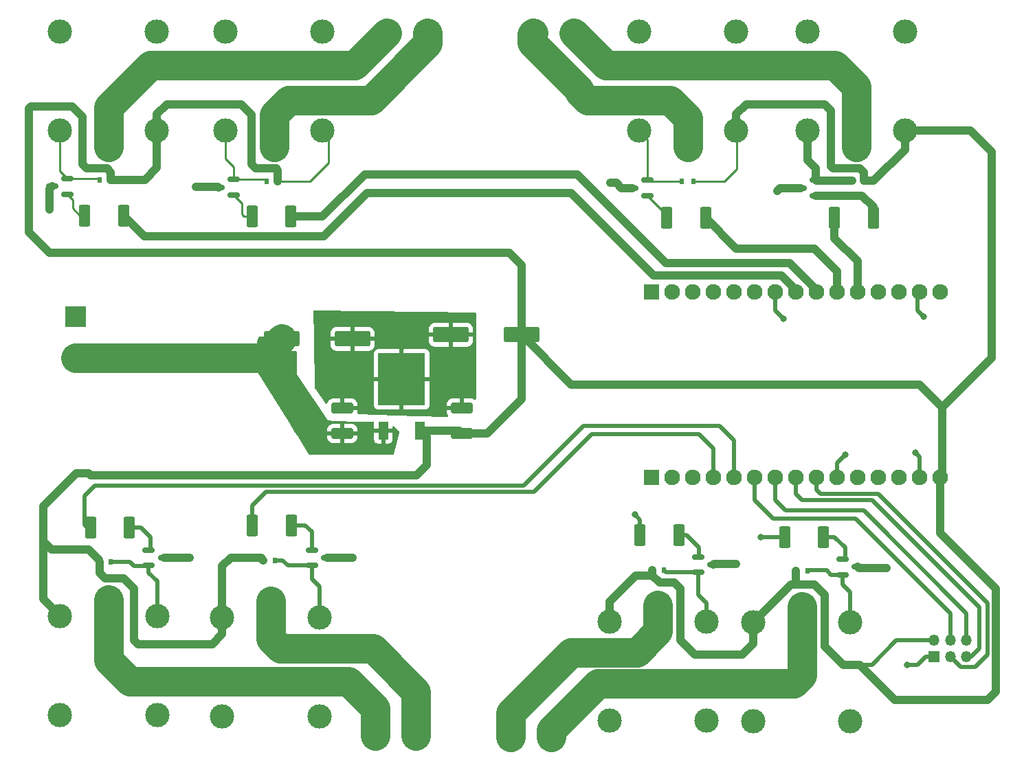
<source format=gbr>
%TF.GenerationSoftware,KiCad,Pcbnew,(6.0.7)*%
%TF.CreationDate,2023-07-14T15:56:38+03:30*%
%TF.ProjectId,Linak-controller,4c696e61-6b2d-4636-9f6e-74726f6c6c65,rev?*%
%TF.SameCoordinates,Original*%
%TF.FileFunction,Copper,L1,Top*%
%TF.FilePolarity,Positive*%
%FSLAX46Y46*%
G04 Gerber Fmt 4.6, Leading zero omitted, Abs format (unit mm)*
G04 Created by KiCad (PCBNEW (6.0.7)) date 2023-07-14 15:56:38*
%MOMM*%
%LPD*%
G01*
G04 APERTURE LIST*
G04 Aperture macros list*
%AMRoundRect*
0 Rectangle with rounded corners*
0 $1 Rounding radius*
0 $2 $3 $4 $5 $6 $7 $8 $9 X,Y pos of 4 corners*
0 Add a 4 corners polygon primitive as box body*
4,1,4,$2,$3,$4,$5,$6,$7,$8,$9,$2,$3,0*
0 Add four circle primitives for the rounded corners*
1,1,$1+$1,$2,$3*
1,1,$1+$1,$4,$5*
1,1,$1+$1,$6,$7*
1,1,$1+$1,$8,$9*
0 Add four rect primitives between the rounded corners*
20,1,$1+$1,$2,$3,$4,$5,0*
20,1,$1+$1,$4,$5,$6,$7,0*
20,1,$1+$1,$6,$7,$8,$9,0*
20,1,$1+$1,$8,$9,$2,$3,0*%
G04 Aperture macros list end*
%TA.AperFunction,SMDPad,CuDef*%
%ADD10R,0.600000X0.700000*%
%TD*%
%TA.AperFunction,SMDPad,CuDef*%
%ADD11R,1.200000X2.200000*%
%TD*%
%TA.AperFunction,SMDPad,CuDef*%
%ADD12R,5.800000X6.400000*%
%TD*%
%TA.AperFunction,SMDPad,CuDef*%
%ADD13RoundRect,0.249999X-0.450001X-1.075001X0.450001X-1.075001X0.450001X1.075001X-0.450001X1.075001X0*%
%TD*%
%TA.AperFunction,ComponentPad*%
%ADD14C,2.600000*%
%TD*%
%TA.AperFunction,ComponentPad*%
%ADD15R,2.600000X2.600000*%
%TD*%
%TA.AperFunction,SMDPad,CuDef*%
%ADD16RoundRect,0.249999X0.450001X1.075001X-0.450001X1.075001X-0.450001X-1.075001X0.450001X-1.075001X0*%
%TD*%
%TA.AperFunction,SMDPad,CuDef*%
%ADD17RoundRect,0.250000X1.100000X-0.412500X1.100000X0.412500X-1.100000X0.412500X-1.100000X-0.412500X0*%
%TD*%
%TA.AperFunction,SMDPad,CuDef*%
%ADD18RoundRect,0.150000X0.587500X0.150000X-0.587500X0.150000X-0.587500X-0.150000X0.587500X-0.150000X0*%
%TD*%
%TA.AperFunction,SMDPad,CuDef*%
%ADD19RoundRect,0.150000X-0.587500X-0.150000X0.587500X-0.150000X0.587500X0.150000X-0.587500X0.150000X0*%
%TD*%
%TA.AperFunction,SMDPad,CuDef*%
%ADD20RoundRect,0.250000X1.950000X0.700000X-1.950000X0.700000X-1.950000X-0.700000X1.950000X-0.700000X0*%
%TD*%
%TA.AperFunction,ComponentPad*%
%ADD21C,3.000000*%
%TD*%
%TA.AperFunction,ComponentPad*%
%ADD22R,1.930000X1.930000*%
%TD*%
%TA.AperFunction,ComponentPad*%
%ADD23C,1.930000*%
%TD*%
%TA.AperFunction,ComponentPad*%
%ADD24R,1.350000X1.350000*%
%TD*%
%TA.AperFunction,ComponentPad*%
%ADD25O,1.350000X1.350000*%
%TD*%
%TA.AperFunction,SMDPad,CuDef*%
%ADD26RoundRect,0.250000X-1.950000X-0.700000X1.950000X-0.700000X1.950000X0.700000X-1.950000X0.700000X0*%
%TD*%
%TA.AperFunction,ViaPad*%
%ADD27C,0.800000*%
%TD*%
%TA.AperFunction,Conductor*%
%ADD28C,0.500000*%
%TD*%
%TA.AperFunction,Conductor*%
%ADD29C,1.020000*%
%TD*%
%TA.AperFunction,Conductor*%
%ADD30C,3.600000*%
%TD*%
%TA.AperFunction,Conductor*%
%ADD31C,0.250000*%
%TD*%
G04 APERTURE END LIST*
D10*
%TO.P,D3,2,A*%
%TO.N,Net-(D3-Pad2)*%
X106922000Y-50146000D03*
%TO.P,D3,1,K*%
%TO.N,+5V*%
X108322000Y-50146000D03*
%TD*%
D11*
%TO.P,U1,1,IN*%
%TO.N,supply_Vin*%
X70109000Y-80825000D03*
D12*
%TO.P,U1,2,GND*%
%TO.N,GND*%
X72389000Y-74525000D03*
D11*
%TO.P,U1,3,OUT*%
%TO.N,+5V*%
X74669000Y-80825000D03*
%TD*%
D13*
%TO.P,R7,2*%
%TO.N,Net-(Q7-Pad1)*%
X58761000Y-92528000D03*
%TO.P,R7,1*%
%TO.N,Relay_4_Polar_1*%
X53961000Y-92528000D03*
%TD*%
D14*
%TO.P,J1,2,Pin_2*%
%TO.N,Motor_1_Polar_1*%
X70572000Y-31826000D03*
D15*
%TO.P,J1,1,Pin_1*%
%TO.N,Motor_1_Polar_2*%
X75572000Y-31826000D03*
%TD*%
D16*
%TO.P,R3,2*%
%TO.N,Net-(Q3-Pad1)*%
X105022000Y-54646000D03*
%TO.P,R3,1*%
%TO.N,Relay_2_Polar_1*%
X109822000Y-54646000D03*
%TD*%
D17*
%TO.P,C3,1*%
%TO.N,+5V*%
X79789000Y-81187500D03*
%TO.P,C3,2*%
%TO.N,GND*%
X79789000Y-78062500D03*
%TD*%
D15*
%TO.P,J7,1,Pin_1*%
%TO.N,GND*%
X32207000Y-66842000D03*
D14*
%TO.P,J7,2,Pin_2*%
%TO.N,supply_Vin*%
X32207000Y-71842000D03*
%TD*%
D18*
%TO.P,Q3,3,E*%
%TO.N,GND*%
X100784500Y-50946000D03*
%TO.P,Q3,2,C*%
%TO.N,Net-(D3-Pad2)*%
X102659500Y-49996000D03*
%TO.P,Q3,1,B*%
%TO.N,Net-(Q3-Pad1)*%
X102659500Y-51896000D03*
%TD*%
D19*
%TO.P,Q7,3,E*%
%TO.N,GND*%
X63198500Y-96528000D03*
%TO.P,Q7,2,C*%
%TO.N,Net-(D7-Pad2)*%
X61323500Y-97478000D03*
%TO.P,Q7,1,B*%
%TO.N,Net-(Q7-Pad1)*%
X61323500Y-95578000D03*
%TD*%
D18*
%TO.P,Q1,3,E*%
%TO.N,GND*%
X29304500Y-50746000D03*
%TO.P,Q1,2,C*%
%TO.N,Net-(D1-Pad2)*%
X31179500Y-49796000D03*
%TO.P,Q1,1,B*%
%TO.N,Net-(Q1-Pad1)*%
X31179500Y-51696000D03*
%TD*%
D20*
%TO.P,C4,1*%
%TO.N,+5V*%
X87154000Y-69040000D03*
%TO.P,C4,2*%
%TO.N,GND*%
X78454000Y-69040000D03*
%TD*%
D13*
%TO.P,R5,2*%
%TO.N,Net-(Q5-Pad1)*%
X124366000Y-93963000D03*
%TO.P,R5,1*%
%TO.N,Relay_3_Polar_1*%
X119566000Y-93963000D03*
%TD*%
D21*
%TO.P,K6,11*%
%TO.N,Motor_3_Polar_2*%
X103966000Y-102363000D03*
%TO.P,K6,12*%
%TO.N,GND*%
X109966000Y-116563000D03*
%TO.P,K6,14*%
%TO.N,supply_Vin*%
X97966000Y-116563000D03*
%TO.P,K6,A1*%
%TO.N,+5V*%
X97966000Y-104363000D03*
%TO.P,K6,A2*%
%TO.N,Net-(D6-Pad2)*%
X109966000Y-104363000D03*
%TD*%
D18*
%TO.P,Q4,3,E*%
%TO.N,GND*%
X121559500Y-50946000D03*
%TO.P,Q4,2,C*%
%TO.N,Net-(D4-Pad2)*%
X123434500Y-49996000D03*
%TO.P,Q4,1,B*%
%TO.N,Net-(Q4-Pad1)*%
X123434500Y-51896000D03*
%TD*%
D10*
%TO.P,D5,2,A*%
%TO.N,Net-(D5-Pad2)*%
X122366000Y-98163000D03*
%TO.P,D5,1,K*%
%TO.N,+5V*%
X120966000Y-98163000D03*
%TD*%
%TO.P,D2,2,A*%
%TO.N,Net-(D2-Pad2)*%
X55742000Y-50146000D03*
%TO.P,D2,1,K*%
%TO.N,+5V*%
X57142000Y-50146000D03*
%TD*%
D18*
%TO.P,Q2,3,E*%
%TO.N,GND*%
X49804500Y-50846000D03*
%TO.P,Q2,2,C*%
%TO.N,Net-(D2-Pad2)*%
X51679500Y-49896000D03*
%TO.P,Q2,1,B*%
%TO.N,Net-(Q2-Pad1)*%
X51679500Y-51796000D03*
%TD*%
D22*
%TO.P,A1,J1_1,A0*%
%TO.N,A0*%
X103124000Y-86614000D03*
D23*
%TO.P,A1,J1_2,RSV1*%
%TO.N,unconnected-(A1-PadJ1_2)*%
X105664000Y-86614000D03*
%TO.P,A1,J1_3,RSV2*%
%TO.N,unconnected-(A1-PadJ1_3)*%
X108204000Y-86614000D03*
%TO.P,A1,J1_4,SD3*%
%TO.N,Relay_4_Polar_1*%
X110744000Y-86614000D03*
%TO.P,A1,J1_5,SD2*%
%TO.N,Relay_4_Polar_2*%
X113284000Y-86614000D03*
%TO.P,A1,J1_6,SD1*%
%TO.N,SPI_MOSI*%
X115824000Y-86614000D03*
%TO.P,A1,J1_7,CMD*%
%TO.N,SPI_CLK*%
X118364000Y-86614000D03*
%TO.P,A1,J1_8,SD0*%
%TO.N,SPI_MISO*%
X120904000Y-86614000D03*
%TO.P,A1,J1_9,CLK*%
%TO.N,SPI_CS*%
X123444000Y-86614000D03*
%TO.P,A1,J1_10,GND*%
%TO.N,GND*%
X125984000Y-86614000D03*
%TO.P,A1,J1_11,3V3*%
%TO.N,+3.3V*%
X128524000Y-86614000D03*
%TO.P,A1,J1_12,EN*%
%TO.N,unconnected-(A1-PadJ1_12)*%
X131064000Y-86614000D03*
%TO.P,A1,J1_13,RST*%
%TO.N,unconnected-(A1-PadJ1_13)*%
X133604000Y-86614000D03*
%TO.P,A1,J1_14,GND*%
%TO.N,GND*%
X136144000Y-86614000D03*
%TO.P,A1,J1_15,VIN*%
%TO.N,+5V*%
X138684000Y-86614000D03*
D22*
%TO.P,A1,J2_1,D0*%
%TO.N,D0*%
X103124000Y-63754000D03*
D23*
%TO.P,A1,J2_2,D1*%
%TO.N,D1*%
X105664000Y-63754000D03*
%TO.P,A1,J2_3,D2*%
%TO.N,D2*%
X108204000Y-63754000D03*
%TO.P,A1,J2_4,D3*%
%TO.N,D3*%
X110744000Y-63754000D03*
%TO.P,A1,J2_5,D4*%
%TO.N,D4*%
X113284000Y-63754000D03*
%TO.P,A1,J2_6,3V3*%
%TO.N,unconnected-(A1-PadJ2_6)*%
X115824000Y-63754000D03*
%TO.P,A1,J2_7,GND*%
%TO.N,GND*%
X118364000Y-63754000D03*
%TO.P,A1,J2_8,D5*%
%TO.N,Relay_1_Polar_1*%
X120904000Y-63754000D03*
%TO.P,A1,J2_9,D6*%
%TO.N,Relay_1_Polar_2*%
X123444000Y-63754000D03*
%TO.P,A1,J2_10,D7*%
%TO.N,Relay_2_Polar_1*%
X125984000Y-63754000D03*
%TO.P,A1,J2_11,D8*%
%TO.N,Relay_2_Polar_2*%
X128524000Y-63754000D03*
%TO.P,A1,J2_12,D9*%
%TO.N,Relay_3_Polar_2*%
X131064000Y-63754000D03*
%TO.P,A1,J2_13,D10*%
%TO.N,Relay_3_Polar_1*%
X133604000Y-63754000D03*
%TO.P,A1,J2_14,GND*%
%TO.N,GND*%
X136144000Y-63754000D03*
%TO.P,A1,J2_15,3V3*%
%TO.N,unconnected-(A1-PadJ2_15)*%
X138684000Y-63754000D03*
%TD*%
D10*
%TO.P,D1,2,A*%
%TO.N,Net-(D1-Pad2)*%
X35142000Y-49946000D03*
%TO.P,D1,1,K*%
%TO.N,+5V*%
X36542000Y-49946000D03*
%TD*%
D14*
%TO.P,J2,2,Pin_2*%
%TO.N,Motor_2_Polar_1*%
X88612000Y-31826000D03*
D15*
%TO.P,J2,1,Pin_1*%
%TO.N,Motor_2_Polar_2*%
X93612000Y-31826000D03*
%TD*%
D19*
%TO.P,Q5,3,E*%
%TO.N,GND*%
X128603500Y-97663000D03*
%TO.P,Q5,2,C*%
%TO.N,Net-(D5-Pad2)*%
X126728500Y-98613000D03*
%TO.P,Q5,1,B*%
%TO.N,Net-(Q5-Pad1)*%
X126728500Y-96713000D03*
%TD*%
%TO.P,Q6,3,E*%
%TO.N,GND*%
X110803500Y-97363000D03*
%TO.P,Q6,2,C*%
%TO.N,Net-(D6-Pad2)*%
X108928500Y-98313000D03*
%TO.P,Q6,1,B*%
%TO.N,Net-(Q6-Pad1)*%
X108928500Y-96413000D03*
%TD*%
D21*
%TO.P,K3,A2*%
%TO.N,Net-(D3-Pad2)*%
X101622000Y-43896000D03*
%TO.P,K3,A1*%
%TO.N,+5V*%
X113622000Y-43896000D03*
%TO.P,K3,14*%
%TO.N,supply_Vin*%
X113622000Y-31696000D03*
%TO.P,K3,12*%
%TO.N,GND*%
X101622000Y-31696000D03*
%TO.P,K3,11*%
%TO.N,Motor_2_Polar_1*%
X107622000Y-45896000D03*
%TD*%
D24*
%TO.P,J4,1,Pin_1*%
%TO.N,GND*%
X137954000Y-108696000D03*
D25*
%TO.P,J4,2,Pin_2*%
%TO.N,+5V*%
X137954000Y-106696000D03*
%TO.P,J4,3,Pin_3*%
%TO.N,SPI_CS*%
X139954000Y-108696000D03*
%TO.P,J4,4,Pin_4*%
%TO.N,SPI_MOSI*%
X139954000Y-106696000D03*
%TO.P,J4,5,Pin_5*%
%TO.N,SPI_MISO*%
X141954000Y-108696000D03*
%TO.P,J4,6,Pin_6*%
%TO.N,SPI_CLK*%
X141954000Y-106696000D03*
%TD*%
D13*
%TO.P,R4,2*%
%TO.N,Net-(Q4-Pad1)*%
X130497000Y-54646000D03*
%TO.P,R4,1*%
%TO.N,Relay_2_Polar_2*%
X125697000Y-54646000D03*
%TD*%
%TO.P,R8,2*%
%TO.N,Net-(Q8-Pad1)*%
X38861000Y-92828000D03*
%TO.P,R8,1*%
%TO.N,Relay_4_Polar_2*%
X34061000Y-92828000D03*
%TD*%
D14*
%TO.P,J6,2,Pin_2*%
%TO.N,Motor_4_Polar_1*%
X74128000Y-118415000D03*
D15*
%TO.P,J6,1,Pin_1*%
%TO.N,Motor_4_Polar_2*%
X69128000Y-118415000D03*
%TD*%
D21*
%TO.P,K1,A2*%
%TO.N,Net-(D1-Pad2)*%
X30242000Y-43896000D03*
%TO.P,K1,A1*%
%TO.N,+5V*%
X42242000Y-43896000D03*
%TO.P,K1,14*%
%TO.N,supply_Vin*%
X42242000Y-31696000D03*
%TO.P,K1,12*%
%TO.N,GND*%
X30242000Y-31696000D03*
%TO.P,K1,11*%
%TO.N,Motor_1_Polar_1*%
X36242000Y-45896000D03*
%TD*%
D10*
%TO.P,D8,2,A*%
%TO.N,Net-(D8-Pad2)*%
X36561000Y-97028000D03*
%TO.P,D8,1,K*%
%TO.N,+5V*%
X35161000Y-97028000D03*
%TD*%
D21*
%TO.P,K4,A2*%
%TO.N,Net-(D4-Pad2)*%
X122397000Y-43896000D03*
%TO.P,K4,A1*%
%TO.N,+5V*%
X134397000Y-43896000D03*
%TO.P,K4,14*%
%TO.N,supply_Vin*%
X134397000Y-31696000D03*
%TO.P,K4,12*%
%TO.N,GND*%
X122397000Y-31696000D03*
%TO.P,K4,11*%
%TO.N,Motor_2_Polar_2*%
X128397000Y-45896000D03*
%TD*%
%TO.P,K8,A2*%
%TO.N,Net-(D8-Pad2)*%
X42261000Y-103678000D03*
%TO.P,K8,A1*%
%TO.N,+5V*%
X30261000Y-103678000D03*
%TO.P,K8,14*%
%TO.N,supply_Vin*%
X30261000Y-115878000D03*
%TO.P,K8,12*%
%TO.N,GND*%
X42261000Y-115878000D03*
%TO.P,K8,11*%
%TO.N,Motor_4_Polar_2*%
X36261000Y-101678000D03*
%TD*%
D10*
%TO.P,D4,2,A*%
%TO.N,Net-(D4-Pad2)*%
X127897000Y-50046000D03*
%TO.P,D4,1,K*%
%TO.N,+5V*%
X129297000Y-50046000D03*
%TD*%
D16*
%TO.P,R1,2*%
%TO.N,Net-(Q1-Pad1)*%
X33342000Y-54346000D03*
%TO.P,R1,1*%
%TO.N,Relay_1_Polar_1*%
X38142000Y-54346000D03*
%TD*%
%TO.P,R2,2*%
%TO.N,Net-(Q2-Pad1)*%
X53942000Y-54446000D03*
%TO.P,R2,1*%
%TO.N,Relay_1_Polar_2*%
X58742000Y-54446000D03*
%TD*%
D17*
%TO.P,C2,1*%
%TO.N,supply_Vin*%
X65089000Y-81187500D03*
%TO.P,C2,2*%
%TO.N,GND*%
X65089000Y-78062500D03*
%TD*%
D26*
%TO.P,C1,1*%
%TO.N,supply_Vin*%
X57626000Y-69548000D03*
%TO.P,C1,2*%
%TO.N,GND*%
X66326000Y-69548000D03*
%TD*%
D21*
%TO.P,K2,A2*%
%TO.N,Net-(D2-Pad2)*%
X50642000Y-43896000D03*
%TO.P,K2,A1*%
%TO.N,+5V*%
X62642000Y-43896000D03*
%TO.P,K2,14*%
%TO.N,supply_Vin*%
X62642000Y-31696000D03*
%TO.P,K2,12*%
%TO.N,GND*%
X50642000Y-31696000D03*
%TO.P,K2,11*%
%TO.N,Motor_1_Polar_2*%
X56642000Y-45896000D03*
%TD*%
D13*
%TO.P,R6,2*%
%TO.N,Net-(Q6-Pad1)*%
X106566000Y-93763000D03*
%TO.P,R6,1*%
%TO.N,Relay_3_Polar_2*%
X101766000Y-93763000D03*
%TD*%
D14*
%TO.P,J5,2,Pin_2*%
%TO.N,Motor_3_Polar_1*%
X90776000Y-118623000D03*
D15*
%TO.P,J5,1,Pin_1*%
%TO.N,Motor_3_Polar_2*%
X85776000Y-118623000D03*
%TD*%
D19*
%TO.P,Q8,3,E*%
%TO.N,GND*%
X43098500Y-96528000D03*
%TO.P,Q8,2,C*%
%TO.N,Net-(D8-Pad2)*%
X41223500Y-97478000D03*
%TO.P,Q8,1,B*%
%TO.N,Net-(Q8-Pad1)*%
X41223500Y-95578000D03*
%TD*%
D10*
%TO.P,D7,2,A*%
%TO.N,Net-(D7-Pad2)*%
X56761000Y-96828000D03*
%TO.P,D7,1,K*%
%TO.N,+5V*%
X55361000Y-96828000D03*
%TD*%
D21*
%TO.P,K7,A2*%
%TO.N,Net-(D7-Pad2)*%
X62261000Y-103878000D03*
%TO.P,K7,A1*%
%TO.N,+5V*%
X50261000Y-103878000D03*
%TO.P,K7,14*%
%TO.N,supply_Vin*%
X50261000Y-116078000D03*
%TO.P,K7,12*%
%TO.N,GND*%
X62261000Y-116078000D03*
%TO.P,K7,11*%
%TO.N,Motor_4_Polar_1*%
X56261000Y-101878000D03*
%TD*%
D10*
%TO.P,D6,2,A*%
%TO.N,Net-(D6-Pad2)*%
X104666000Y-98063000D03*
%TO.P,D6,1,K*%
%TO.N,+5V*%
X103266000Y-98063000D03*
%TD*%
D21*
%TO.P,K5,A2*%
%TO.N,Net-(D5-Pad2)*%
X127666000Y-104513000D03*
%TO.P,K5,A1*%
%TO.N,+5V*%
X115666000Y-104513000D03*
%TO.P,K5,14*%
%TO.N,supply_Vin*%
X115666000Y-116713000D03*
%TO.P,K5,12*%
%TO.N,GND*%
X127666000Y-116713000D03*
%TO.P,K5,11*%
%TO.N,Motor_3_Polar_1*%
X121666000Y-102513000D03*
%TD*%
D27*
%TO.N,GND*%
X119380000Y-67056000D03*
X136652000Y-66802000D03*
X127000000Y-83820000D03*
X135636000Y-83566000D03*
X134620000Y-109728000D03*
%TO.N,Relay_3_Polar_2*%
X101092000Y-91186000D03*
%TO.N,Relay_3_Polar_1*%
X116586000Y-93980000D03*
%TO.N,GND*%
X132080000Y-97790000D03*
X113538000Y-97282000D03*
X66294000Y-96520000D03*
X46228000Y-96520000D03*
X46990000Y-50800000D03*
X98044000Y-50292000D03*
X118618000Y-51308000D03*
X80772000Y-67056000D03*
X62230000Y-66802000D03*
X79502000Y-75438000D03*
X79248000Y-73406000D03*
X64770000Y-75438000D03*
X64770000Y-73914000D03*
X73914000Y-68580000D03*
X72136000Y-68580000D03*
X70612000Y-68580000D03*
X28956000Y-53594000D03*
%TD*%
D28*
%TO.N,GND*%
X118364000Y-66040000D02*
X119380000Y-67056000D01*
X118364000Y-63754000D02*
X118364000Y-66040000D01*
X135890000Y-66040000D02*
X136652000Y-66802000D01*
X135890000Y-64008000D02*
X136144000Y-63754000D01*
X135890000Y-66040000D02*
X135890000Y-64008000D01*
X125984000Y-84836000D02*
X127000000Y-83820000D01*
X125984000Y-86614000D02*
X125984000Y-84836000D01*
X136144000Y-84074000D02*
X135636000Y-83566000D01*
X136144000Y-86614000D02*
X136144000Y-84074000D01*
D29*
X28956000Y-51094500D02*
X29304500Y-50746000D01*
X28956000Y-53594000D02*
X28956000Y-51094500D01*
D28*
X135890000Y-109728000D02*
X134620000Y-109728000D01*
X136922000Y-108696000D02*
X135890000Y-109728000D01*
X137954000Y-108696000D02*
X136922000Y-108696000D01*
%TO.N,+5V*%
X130302000Y-109728000D02*
X128778000Y-109728000D01*
X137954000Y-106696000D02*
X133334000Y-106696000D01*
X133334000Y-106696000D02*
X130302000Y-109728000D01*
%TO.N,Relay_3_Polar_2*%
X101766000Y-91860000D02*
X101092000Y-91186000D01*
X101766000Y-93763000D02*
X101766000Y-91860000D01*
%TO.N,Relay_3_Polar_1*%
X116603000Y-93963000D02*
X116586000Y-93980000D01*
X119566000Y-93963000D02*
X116603000Y-93963000D01*
D29*
%TO.N,+5V*%
X123190000Y-99822000D02*
X120904000Y-99822000D01*
X124460000Y-101092000D02*
X123190000Y-99822000D01*
X124460000Y-107442000D02*
X124460000Y-101092000D01*
X133096000Y-114046000D02*
X128778000Y-109728000D01*
X145542000Y-113030000D02*
X144526000Y-114046000D01*
X144526000Y-114046000D02*
X133096000Y-114046000D01*
X126746000Y-109728000D02*
X124460000Y-107442000D01*
X145542000Y-100330000D02*
X145542000Y-113030000D01*
X128778000Y-109728000D02*
X126746000Y-109728000D01*
X138684000Y-93472000D02*
X145542000Y-100330000D01*
X138684000Y-86614000D02*
X138684000Y-93472000D01*
D28*
%TO.N,SPI_CS*%
X123444000Y-88138000D02*
X123444000Y-86614000D01*
X123952000Y-88646000D02*
X123444000Y-88138000D01*
X131064000Y-88646000D02*
X123952000Y-88646000D01*
X144526000Y-102108000D02*
X131064000Y-88646000D01*
X144526000Y-108458000D02*
X144526000Y-102108000D01*
X143002000Y-109982000D02*
X144526000Y-108458000D01*
X141240000Y-109982000D02*
X143002000Y-109982000D01*
X139954000Y-108696000D02*
X141240000Y-109982000D01*
%TO.N,SPI_MISO*%
X121666000Y-89408000D02*
X120904000Y-88646000D01*
X143510000Y-102616000D02*
X130302000Y-89408000D01*
X142510000Y-108696000D02*
X143510000Y-107696000D01*
X143510000Y-107696000D02*
X143510000Y-102616000D01*
X130302000Y-89408000D02*
X121666000Y-89408000D01*
X141954000Y-108696000D02*
X142510000Y-108696000D01*
X120904000Y-88646000D02*
X120904000Y-86614000D01*
%TO.N,SPI_CLK*%
X118364000Y-89408000D02*
X118364000Y-86614000D01*
X119634000Y-90678000D02*
X118364000Y-89408000D01*
X141954000Y-103346000D02*
X129286000Y-90678000D01*
X129286000Y-90678000D02*
X119634000Y-90678000D01*
X141954000Y-106696000D02*
X141954000Y-103346000D01*
%TO.N,SPI_MOSI*%
X115824000Y-89408000D02*
X115824000Y-86614000D01*
X118110000Y-91694000D02*
X115824000Y-89408000D01*
X128270000Y-91694000D02*
X118110000Y-91694000D01*
X139954000Y-103378000D02*
X128270000Y-91694000D01*
X139954000Y-106696000D02*
X139954000Y-103378000D01*
D29*
%TO.N,+5V*%
X97966000Y-101932000D02*
X97966000Y-104363000D01*
X101204000Y-98694000D02*
X97966000Y-101932000D01*
X103266000Y-98694000D02*
X101204000Y-98694000D01*
X103266000Y-98694000D02*
X103266000Y-98063000D01*
X104140000Y-99568000D02*
X103266000Y-98694000D01*
X105918000Y-99568000D02*
X104140000Y-99568000D01*
X106680000Y-100330000D02*
X105918000Y-99568000D01*
X106680000Y-106680000D02*
X106680000Y-100330000D01*
X108458000Y-108458000D02*
X106680000Y-106680000D01*
X114300000Y-108458000D02*
X108458000Y-108458000D01*
X115666000Y-107092000D02*
X114300000Y-108458000D01*
X115666000Y-104513000D02*
X115666000Y-107092000D01*
X120357000Y-99822000D02*
X115666000Y-104513000D01*
X120904000Y-99822000D02*
X120357000Y-99822000D01*
D28*
%TO.N,Net-(D5-Pad2)*%
X126728500Y-99804500D02*
X126728500Y-98613000D01*
X127666000Y-100742000D02*
X126728500Y-99804500D01*
X127666000Y-104513000D02*
X127666000Y-100742000D01*
X124714000Y-98044000D02*
X122485000Y-98044000D01*
X125283000Y-98613000D02*
X124714000Y-98044000D01*
X126728500Y-98613000D02*
X125283000Y-98613000D01*
X122485000Y-98044000D02*
X122366000Y-98163000D01*
%TO.N,Net-(Q5-Pad1)*%
X127000000Y-96441500D02*
X126728500Y-96713000D01*
X127000000Y-95250000D02*
X127000000Y-96441500D01*
X125713000Y-93963000D02*
X127000000Y-95250000D01*
X124366000Y-93963000D02*
X125713000Y-93963000D01*
%TO.N,Net-(Q6-Pad1)*%
X108966000Y-96375500D02*
X108928500Y-96413000D01*
X108966000Y-95250000D02*
X108966000Y-96375500D01*
X107479000Y-93763000D02*
X108966000Y-95250000D01*
X106566000Y-93763000D02*
X107479000Y-93763000D01*
%TO.N,Net-(Q7-Pad1)*%
X58761000Y-92528000D02*
X60524000Y-92528000D01*
X60524000Y-92528000D02*
X61323500Y-93327500D01*
X61323500Y-93327500D02*
X61323500Y-95578000D01*
%TO.N,Net-(D7-Pad2)*%
X62261000Y-100107000D02*
X62261000Y-103878000D01*
X61323500Y-97478000D02*
X61323500Y-99169500D01*
X61323500Y-99169500D02*
X62261000Y-100107000D01*
X57712000Y-96828000D02*
X56761000Y-96828000D01*
X61323500Y-97478000D02*
X58362000Y-97478000D01*
X58362000Y-97478000D02*
X57712000Y-96828000D01*
%TO.N,Net-(D6-Pad2)*%
X109966000Y-102092000D02*
X109966000Y-104363000D01*
X108928500Y-98313000D02*
X108928500Y-101054500D01*
X108928500Y-101054500D02*
X109966000Y-102092000D01*
X104916000Y-98313000D02*
X104666000Y-98063000D01*
X108928500Y-98313000D02*
X104916000Y-98313000D01*
D29*
%TO.N,+5V*%
X120904000Y-98225000D02*
X120966000Y-98163000D01*
X120904000Y-99822000D02*
X120904000Y-98225000D01*
X55053000Y-96520000D02*
X55361000Y-96828000D01*
X51308000Y-96520000D02*
X55053000Y-96520000D01*
X50261000Y-97567000D02*
X51308000Y-96520000D01*
X50261000Y-103878000D02*
X50261000Y-97567000D01*
X50261000Y-105949000D02*
X50261000Y-103878000D01*
X49022000Y-107188000D02*
X50261000Y-105949000D01*
X39878000Y-107188000D02*
X49022000Y-107188000D01*
X39370000Y-106680000D02*
X39878000Y-107188000D01*
X39370000Y-100330000D02*
X39370000Y-106680000D01*
X35814000Y-99060000D02*
X38100000Y-99060000D01*
X35161000Y-98407000D02*
X35814000Y-99060000D01*
X38100000Y-99060000D02*
X39370000Y-100330000D01*
X35161000Y-97028000D02*
X35161000Y-98407000D01*
D28*
%TO.N,Net-(D8-Pad2)*%
X41223500Y-98373500D02*
X41223500Y-97478000D01*
X42261000Y-99411000D02*
X41223500Y-98373500D01*
X42261000Y-103678000D02*
X42261000Y-99411000D01*
%TO.N,Net-(Q8-Pad1)*%
X41402000Y-95399500D02*
X41223500Y-95578000D01*
X40250000Y-92828000D02*
X41402000Y-93980000D01*
X41402000Y-93980000D02*
X41402000Y-95399500D01*
X38861000Y-92828000D02*
X40250000Y-92828000D01*
%TO.N,Relay_4_Polar_1*%
X108966000Y-81280000D02*
X110744000Y-83058000D01*
X88646000Y-88392000D02*
X95758000Y-81280000D01*
X95758000Y-81280000D02*
X108966000Y-81280000D01*
X110744000Y-83058000D02*
X110744000Y-86614000D01*
X55626000Y-88392000D02*
X88646000Y-88392000D01*
X53961000Y-92528000D02*
X53961000Y-90057000D01*
X53961000Y-90057000D02*
X55626000Y-88392000D01*
%TO.N,Relay_4_Polar_2*%
X113284000Y-82042000D02*
X113284000Y-86614000D01*
X111506000Y-80264000D02*
X113284000Y-82042000D01*
X33274000Y-88900000D02*
X34544000Y-87630000D01*
X33274000Y-92456000D02*
X33274000Y-88900000D01*
X94742000Y-80264000D02*
X111506000Y-80264000D01*
X33646000Y-92828000D02*
X33274000Y-92456000D01*
X34061000Y-92828000D02*
X33646000Y-92828000D01*
X34544000Y-87630000D02*
X87376000Y-87630000D01*
X87376000Y-87630000D02*
X94742000Y-80264000D01*
%TO.N,Net-(D8-Pad2)*%
X41165500Y-97536000D02*
X41223500Y-97478000D01*
X39370000Y-97536000D02*
X41165500Y-97536000D01*
X38862000Y-97028000D02*
X39370000Y-97536000D01*
X36561000Y-97028000D02*
X38862000Y-97028000D01*
D29*
%TO.N,GND*%
X128730500Y-97790000D02*
X128603500Y-97663000D01*
X132080000Y-97790000D02*
X128730500Y-97790000D01*
X110884500Y-97282000D02*
X110803500Y-97363000D01*
X113538000Y-97282000D02*
X110884500Y-97282000D01*
X63206500Y-96520000D02*
X63198500Y-96528000D01*
X66294000Y-96520000D02*
X63206500Y-96520000D01*
X46220000Y-96528000D02*
X43098500Y-96528000D01*
X46228000Y-96520000D02*
X46220000Y-96528000D01*
X46990000Y-50800000D02*
X49758500Y-50800000D01*
X49758500Y-50800000D02*
X49804500Y-50846000D01*
X99460000Y-50946000D02*
X100784500Y-50946000D01*
X98806000Y-50292000D02*
X99460000Y-50946000D01*
X98044000Y-50292000D02*
X98806000Y-50292000D01*
%TO.N,Relay_1_Polar_2*%
X120142000Y-60198000D02*
X123444000Y-63500000D01*
X123444000Y-63500000D02*
X123444000Y-63754000D01*
X104902000Y-60198000D02*
X120142000Y-60198000D01*
X67818000Y-49276000D02*
X93980000Y-49276000D01*
X62648000Y-54446000D02*
X67818000Y-49276000D01*
X93980000Y-49276000D02*
X104902000Y-60198000D01*
X58742000Y-54446000D02*
X62648000Y-54446000D01*
%TO.N,Relay_1_Polar_1*%
X120904000Y-63500000D02*
X120904000Y-63754000D01*
X103378000Y-61722000D02*
X119126000Y-61722000D01*
X119126000Y-61722000D02*
X120904000Y-63500000D01*
X68072000Y-51562000D02*
X93218000Y-51562000D01*
X93218000Y-51562000D02*
X103378000Y-61722000D01*
X40692000Y-56896000D02*
X62738000Y-56896000D01*
X62738000Y-56896000D02*
X68072000Y-51562000D01*
X38142000Y-54346000D02*
X40692000Y-56896000D01*
%TO.N,+5V*%
X57142000Y-48760000D02*
X57142000Y-50146000D01*
X56896000Y-48514000D02*
X57142000Y-48760000D01*
X54356000Y-48514000D02*
X56896000Y-48514000D01*
X53848000Y-48006000D02*
X54356000Y-48514000D01*
X53848000Y-41910000D02*
X53848000Y-48006000D01*
X42242000Y-41832000D02*
X43434000Y-40640000D01*
X43434000Y-40640000D02*
X52578000Y-40640000D01*
X42242000Y-43896000D02*
X42242000Y-41832000D01*
X52578000Y-40640000D02*
X53848000Y-41910000D01*
X42242000Y-48436000D02*
X42242000Y-43896000D01*
X40732000Y-49946000D02*
X42242000Y-48436000D01*
X36542000Y-49946000D02*
X40732000Y-49946000D01*
X36542000Y-48988000D02*
X36542000Y-49946000D01*
X36068000Y-48514000D02*
X36542000Y-48988000D01*
X33528000Y-48514000D02*
X36068000Y-48514000D01*
X33020000Y-48006000D02*
X33528000Y-48514000D01*
X31750000Y-40894000D02*
X33020000Y-42164000D01*
X33020000Y-42164000D02*
X33020000Y-48006000D01*
X26670000Y-40894000D02*
X31750000Y-40894000D01*
X26416000Y-41148000D02*
X26670000Y-40894000D01*
X26416000Y-56388000D02*
X26416000Y-41148000D01*
X28956000Y-58928000D02*
X26416000Y-56388000D01*
X85598000Y-58928000D02*
X28956000Y-58928000D01*
X87154000Y-60484000D02*
X85598000Y-58928000D01*
X87154000Y-69040000D02*
X87154000Y-60484000D01*
D30*
%TO.N,Motor_2_Polar_1*%
X94234000Y-38862000D02*
X88392000Y-33020000D01*
X95250000Y-40132000D02*
X94234000Y-39116000D01*
X105410000Y-40132000D02*
X95250000Y-40132000D01*
X94234000Y-39116000D02*
X94234000Y-38862000D01*
X107622000Y-42344000D02*
X105410000Y-40132000D01*
X88392000Y-33020000D02*
X88392000Y-32046000D01*
X107622000Y-45896000D02*
X107622000Y-42344000D01*
X88392000Y-32046000D02*
X88612000Y-31826000D01*
%TO.N,Motor_1_Polar_2*%
X75572000Y-33140000D02*
X75572000Y-31826000D01*
X68580000Y-40132000D02*
X75572000Y-33140000D01*
X58420000Y-40132000D02*
X68580000Y-40132000D01*
X56642000Y-41910000D02*
X58420000Y-40132000D01*
X56642000Y-45896000D02*
X56642000Y-41910000D01*
%TO.N,Motor_3_Polar_2*%
X85776000Y-115646000D02*
X85776000Y-118623000D01*
X101346000Y-108204000D02*
X93218000Y-108204000D01*
X103966000Y-105584000D02*
X101346000Y-108204000D01*
X103966000Y-102363000D02*
X103966000Y-105584000D01*
X93218000Y-108204000D02*
X85776000Y-115646000D01*
%TO.N,Motor_4_Polar_1*%
X74128000Y-112990000D02*
X74128000Y-118415000D01*
X68834000Y-107696000D02*
X74128000Y-112990000D01*
X57404000Y-107696000D02*
X68834000Y-107696000D01*
X56261000Y-106553000D02*
X57404000Y-107696000D01*
X56261000Y-101878000D02*
X56261000Y-106553000D01*
D29*
%TO.N,GND*%
X118980000Y-50946000D02*
X118618000Y-51308000D01*
X121559500Y-50946000D02*
X118980000Y-50946000D01*
%TO.N,+5V*%
X114808000Y-40640000D02*
X113622000Y-41826000D01*
X124460000Y-40640000D02*
X114808000Y-40640000D01*
X125222000Y-41402000D02*
X124460000Y-40640000D01*
X125222000Y-48260000D02*
X125222000Y-41402000D01*
X125476000Y-48514000D02*
X125222000Y-48260000D01*
X128778000Y-48514000D02*
X125476000Y-48514000D01*
X129297000Y-49033000D02*
X128778000Y-48514000D01*
X113622000Y-41826000D02*
X113622000Y-43896000D01*
X129297000Y-50046000D02*
X129297000Y-49033000D01*
%TO.N,Net-(D4-Pad2)*%
X123434500Y-48504500D02*
X122397000Y-47467000D01*
X123434500Y-49996000D02*
X123434500Y-48504500D01*
X122397000Y-47467000D02*
X122397000Y-43896000D01*
X123484500Y-50046000D02*
X123434500Y-49996000D01*
X127897000Y-50046000D02*
X123484500Y-50046000D01*
%TO.N,+5V*%
X130548000Y-50046000D02*
X129297000Y-50046000D01*
X134397000Y-46197000D02*
X130548000Y-50046000D01*
X134397000Y-43896000D02*
X134397000Y-46197000D01*
X142448000Y-43896000D02*
X134397000Y-43896000D01*
X145034000Y-46482000D02*
X142448000Y-43896000D01*
X145034000Y-71882000D02*
X145034000Y-46482000D01*
X138938000Y-77978000D02*
X145034000Y-71882000D01*
X137922000Y-76962000D02*
X138938000Y-77978000D01*
X136144000Y-75184000D02*
X137922000Y-76962000D01*
%TO.N,Relay_2_Polar_1*%
X123190000Y-58420000D02*
X125984000Y-61214000D01*
X125984000Y-61214000D02*
X125984000Y-63754000D01*
X113596000Y-58420000D02*
X123190000Y-58420000D01*
X109822000Y-54646000D02*
X113596000Y-58420000D01*
%TO.N,Relay_2_Polar_2*%
X125697000Y-57117000D02*
X128524000Y-59944000D01*
X128524000Y-59944000D02*
X128524000Y-63754000D01*
X125697000Y-54646000D02*
X125697000Y-57117000D01*
%TO.N,Net-(Q4-Pad1)*%
X129112000Y-51896000D02*
X123434500Y-51896000D01*
X130497000Y-53281000D02*
X129112000Y-51896000D01*
X130497000Y-54646000D02*
X130497000Y-53281000D01*
%TO.N,+5V*%
X33782000Y-95504000D02*
X35052000Y-96774000D01*
X29210000Y-95504000D02*
X33782000Y-95504000D01*
X28194000Y-94488000D02*
X29210000Y-95504000D01*
X28194000Y-94488000D02*
X28194000Y-101611000D01*
X28194000Y-90170000D02*
X28194000Y-94488000D01*
X32258000Y-86106000D02*
X28194000Y-90170000D01*
X33782000Y-86106000D02*
X32258000Y-86106000D01*
X34036000Y-86360000D02*
X33782000Y-86106000D01*
X28194000Y-101611000D02*
X30261000Y-103678000D01*
X74168000Y-86360000D02*
X34036000Y-86360000D01*
X75438000Y-85090000D02*
X74168000Y-86360000D01*
X75438000Y-81594000D02*
X75438000Y-85090000D01*
X74669000Y-80825000D02*
X75438000Y-81594000D01*
X138938000Y-86360000D02*
X138684000Y-86614000D01*
X93298000Y-75184000D02*
X136144000Y-75184000D01*
X87154000Y-69040000D02*
X93298000Y-75184000D01*
X138938000Y-77978000D02*
X138938000Y-86360000D01*
X87154000Y-76930000D02*
X87154000Y-69040000D01*
X82896500Y-81187500D02*
X87154000Y-76930000D01*
X79789000Y-81187500D02*
X82896500Y-81187500D01*
X79426500Y-80825000D02*
X79789000Y-81187500D01*
X74669000Y-80825000D02*
X79426500Y-80825000D01*
D30*
%TO.N,Motor_3_Polar_1*%
X90776000Y-117758000D02*
X90776000Y-118623000D01*
X96520000Y-112014000D02*
X90776000Y-117758000D01*
X120650000Y-112014000D02*
X96520000Y-112014000D01*
X121666000Y-110998000D02*
X120650000Y-112014000D01*
%TO.N,Motor_4_Polar_2*%
X69128000Y-115102000D02*
X69128000Y-118415000D01*
X65786000Y-111760000D02*
X69128000Y-115102000D01*
X38862000Y-111760000D02*
X65786000Y-111760000D01*
X36261000Y-109159000D02*
X38862000Y-111760000D01*
X36261000Y-101678000D02*
X36261000Y-109159000D01*
%TO.N,Motor_3_Polar_1*%
X121666000Y-102513000D02*
X121666000Y-110998000D01*
%TO.N,Motor_2_Polar_2*%
X125730000Y-35814000D02*
X97600000Y-35814000D01*
X128397000Y-38481000D02*
X125730000Y-35814000D01*
X128397000Y-45896000D02*
X128397000Y-38481000D01*
X97600000Y-35814000D02*
X93612000Y-31826000D01*
%TO.N,Motor_1_Polar_1*%
X66584000Y-35814000D02*
X70572000Y-31826000D01*
X36242000Y-40974000D02*
X41402000Y-35814000D01*
X41402000Y-35814000D02*
X66584000Y-35814000D01*
X36242000Y-45896000D02*
X36242000Y-40974000D01*
%TO.N,supply_Vin*%
X32207000Y-71842000D02*
X55332000Y-71842000D01*
X55332000Y-71842000D02*
X57626000Y-69548000D01*
D31*
%TO.N,+5V*%
X113665000Y-48641000D02*
X113665000Y-43939000D01*
X63373000Y-44627000D02*
X62642000Y-43896000D01*
X113665000Y-43939000D02*
X113622000Y-43896000D01*
X108322000Y-50146000D02*
X112160000Y-50146000D01*
X112160000Y-50146000D02*
X113665000Y-48641000D01*
X63373000Y-47879000D02*
X63373000Y-44627000D01*
X61106000Y-50146000D02*
X63373000Y-47879000D01*
X57142000Y-50146000D02*
X61106000Y-50146000D01*
%TO.N,Net-(D1-Pad2)*%
X30242000Y-48858500D02*
X31179500Y-49796000D01*
X31179500Y-49796000D02*
X34992000Y-49796000D01*
X34992000Y-49796000D02*
X35142000Y-49946000D01*
X30242000Y-43896000D02*
X30242000Y-48858500D01*
%TO.N,Net-(D2-Pad2)*%
X50642000Y-47340000D02*
X51689000Y-48387000D01*
X51679500Y-49896000D02*
X55492000Y-49896000D01*
X51689000Y-49886500D02*
X51679500Y-49896000D01*
X51689000Y-48387000D02*
X51689000Y-49886500D01*
X50642000Y-43896000D02*
X50642000Y-47340000D01*
X55492000Y-49896000D02*
X55742000Y-50146000D01*
%TO.N,Net-(Q1-Pad1)*%
X32756000Y-54346000D02*
X33342000Y-54346000D01*
X31179500Y-51696000D02*
X31877000Y-52393500D01*
X31877000Y-52393500D02*
X31877000Y-53467000D01*
X31877000Y-53467000D02*
X32756000Y-54346000D01*
%TO.N,Net-(Q2-Pad1)*%
X52922000Y-54446000D02*
X53942000Y-54446000D01*
X51679500Y-51796000D02*
X52705000Y-52821500D01*
X52705000Y-52821500D02*
X52705000Y-54229000D01*
X52705000Y-54229000D02*
X52922000Y-54446000D01*
%TO.N,Net-(Q3-Pad1)*%
X105022000Y-54258500D02*
X105022000Y-54646000D01*
X102659500Y-51896000D02*
X105022000Y-54258500D01*
%TO.N,Net-(D3-Pad2)*%
X102809500Y-50146000D02*
X102659500Y-49996000D01*
X102659500Y-49996000D02*
X102659500Y-44933500D01*
X106922000Y-50146000D02*
X102809500Y-50146000D01*
X102659500Y-44933500D02*
X101622000Y-43896000D01*
%TD*%
%TA.AperFunction,Conductor*%
%TO.N,supply_Vin*%
G36*
X54910527Y-69287503D02*
G01*
X54915049Y-69290411D01*
X54931548Y-69294000D01*
X57754000Y-69294000D01*
X57822121Y-69314002D01*
X57868614Y-69367658D01*
X57880000Y-69420000D01*
X57880000Y-70987884D01*
X57884475Y-71003123D01*
X57885865Y-71004328D01*
X57893548Y-71005999D01*
X59310000Y-71005999D01*
X59378121Y-71026001D01*
X59424614Y-71079657D01*
X59436000Y-71131999D01*
X59436000Y-73914000D01*
X63246000Y-79625000D01*
X64219752Y-79658481D01*
X67054852Y-79755961D01*
X67054878Y-79755961D01*
X67056000Y-79756000D01*
X67057136Y-79755998D01*
X67057153Y-79755998D01*
X67703107Y-79754703D01*
X68094902Y-79753918D01*
X68875095Y-79754499D01*
X68943200Y-79774552D01*
X68989653Y-79828242D01*
X69001000Y-79880499D01*
X69001000Y-80552885D01*
X69005475Y-80568124D01*
X69006865Y-80569329D01*
X69014548Y-80571000D01*
X71198884Y-80571000D01*
X71214123Y-80566525D01*
X71215328Y-80565135D01*
X71216999Y-80557452D01*
X71216999Y-80398270D01*
X71237001Y-80330149D01*
X71290657Y-80283656D01*
X71360931Y-80273552D01*
X71425511Y-80303046D01*
X71432899Y-80309988D01*
X71843281Y-80727905D01*
X72085304Y-80974373D01*
X72118761Y-81036992D01*
X72116962Y-81095806D01*
X71752273Y-82432999D01*
X71399322Y-83727153D01*
X71362101Y-83787610D01*
X71298103Y-83818347D01*
X71277762Y-83820000D01*
X61030000Y-83820000D01*
X60961879Y-83799998D01*
X60923019Y-83760566D01*
X59607970Y-81647095D01*
X63231001Y-81647095D01*
X63231338Y-81653614D01*
X63241257Y-81749206D01*
X63244149Y-81762600D01*
X63295588Y-81916784D01*
X63301761Y-81929962D01*
X63387063Y-82067807D01*
X63396099Y-82079208D01*
X63510829Y-82193739D01*
X63522240Y-82202751D01*
X63660243Y-82287816D01*
X63673424Y-82293963D01*
X63827710Y-82345138D01*
X63841086Y-82348005D01*
X63935438Y-82357672D01*
X63941854Y-82358000D01*
X64816885Y-82358000D01*
X64832124Y-82353525D01*
X64833329Y-82352135D01*
X64835000Y-82344452D01*
X64835000Y-82339884D01*
X65343000Y-82339884D01*
X65347475Y-82355123D01*
X65348865Y-82356328D01*
X65356548Y-82357999D01*
X66236095Y-82357999D01*
X66242614Y-82357662D01*
X66338206Y-82347743D01*
X66351600Y-82344851D01*
X66505784Y-82293412D01*
X66518962Y-82287239D01*
X66656807Y-82201937D01*
X66668208Y-82192901D01*
X66782739Y-82078171D01*
X66791751Y-82066760D01*
X66851598Y-81969669D01*
X69001001Y-81969669D01*
X69001371Y-81976490D01*
X69006895Y-82027352D01*
X69010521Y-82042604D01*
X69055676Y-82163054D01*
X69064214Y-82178649D01*
X69140715Y-82280724D01*
X69153276Y-82293285D01*
X69255351Y-82369786D01*
X69270946Y-82378324D01*
X69391394Y-82423478D01*
X69406649Y-82427105D01*
X69457514Y-82432631D01*
X69464328Y-82433000D01*
X69836885Y-82433000D01*
X69852124Y-82428525D01*
X69853329Y-82427135D01*
X69855000Y-82419452D01*
X69855000Y-82414884D01*
X70363000Y-82414884D01*
X70367475Y-82430123D01*
X70368865Y-82431328D01*
X70376548Y-82432999D01*
X70753669Y-82432999D01*
X70760490Y-82432629D01*
X70811352Y-82427105D01*
X70826604Y-82423479D01*
X70947054Y-82378324D01*
X70962649Y-82369786D01*
X71064724Y-82293285D01*
X71077285Y-82280724D01*
X71153786Y-82178649D01*
X71162324Y-82163054D01*
X71207478Y-82042606D01*
X71211105Y-82027351D01*
X71216631Y-81976486D01*
X71217000Y-81969672D01*
X71217000Y-81097115D01*
X71212525Y-81081876D01*
X71211135Y-81080671D01*
X71203452Y-81079000D01*
X70381115Y-81079000D01*
X70365876Y-81083475D01*
X70364671Y-81084865D01*
X70363000Y-81092548D01*
X70363000Y-82414884D01*
X69855000Y-82414884D01*
X69855000Y-81097115D01*
X69850525Y-81081876D01*
X69849135Y-81080671D01*
X69841452Y-81079000D01*
X69019116Y-81079000D01*
X69003877Y-81083475D01*
X69002672Y-81084865D01*
X69001001Y-81092548D01*
X69001001Y-81969669D01*
X66851598Y-81969669D01*
X66876816Y-81928757D01*
X66882963Y-81915576D01*
X66934138Y-81761290D01*
X66937005Y-81747914D01*
X66946672Y-81653562D01*
X66947000Y-81647146D01*
X66947000Y-81459615D01*
X66942525Y-81444376D01*
X66941135Y-81443171D01*
X66933452Y-81441500D01*
X65361115Y-81441500D01*
X65345876Y-81445975D01*
X65344671Y-81447365D01*
X65343000Y-81455048D01*
X65343000Y-82339884D01*
X64835000Y-82339884D01*
X64835000Y-81459615D01*
X64830525Y-81444376D01*
X64829135Y-81443171D01*
X64821452Y-81441500D01*
X63249116Y-81441500D01*
X63233877Y-81445975D01*
X63232672Y-81447365D01*
X63231001Y-81455048D01*
X63231001Y-81647095D01*
X59607970Y-81647095D01*
X59152684Y-80915385D01*
X63231000Y-80915385D01*
X63235475Y-80930624D01*
X63236865Y-80931829D01*
X63244548Y-80933500D01*
X64816885Y-80933500D01*
X64832124Y-80929025D01*
X64833329Y-80927635D01*
X64835000Y-80919952D01*
X64835000Y-80915385D01*
X65343000Y-80915385D01*
X65347475Y-80930624D01*
X65348865Y-80931829D01*
X65356548Y-80933500D01*
X66928884Y-80933500D01*
X66944123Y-80929025D01*
X66945328Y-80927635D01*
X66946999Y-80919952D01*
X66946999Y-80727905D01*
X66946662Y-80721386D01*
X66936743Y-80625794D01*
X66933851Y-80612400D01*
X66882412Y-80458216D01*
X66876239Y-80445038D01*
X66790937Y-80307193D01*
X66781901Y-80295792D01*
X66667171Y-80181261D01*
X66655760Y-80172249D01*
X66517757Y-80087184D01*
X66504576Y-80081037D01*
X66350290Y-80029862D01*
X66336914Y-80026995D01*
X66242562Y-80017328D01*
X66236145Y-80017000D01*
X65361115Y-80017000D01*
X65345876Y-80021475D01*
X65344671Y-80022865D01*
X65343000Y-80030548D01*
X65343000Y-80915385D01*
X64835000Y-80915385D01*
X64835000Y-80035116D01*
X64830525Y-80019877D01*
X64829135Y-80018672D01*
X64821452Y-80017001D01*
X63941905Y-80017001D01*
X63935386Y-80017338D01*
X63839794Y-80027257D01*
X63826400Y-80030149D01*
X63672216Y-80081588D01*
X63659038Y-80087761D01*
X63521193Y-80173063D01*
X63509792Y-80182099D01*
X63395261Y-80296829D01*
X63386249Y-80308240D01*
X63301184Y-80446243D01*
X63295037Y-80459424D01*
X63243862Y-80613710D01*
X63240995Y-80627086D01*
X63231328Y-80721438D01*
X63231000Y-80727855D01*
X63231000Y-80915385D01*
X59152684Y-80915385D01*
X58593893Y-80017328D01*
X53877832Y-72437944D01*
X53858826Y-72369540D01*
X53863932Y-72335830D01*
X54464148Y-70295095D01*
X54918001Y-70295095D01*
X54918338Y-70301614D01*
X54928257Y-70397206D01*
X54931149Y-70410600D01*
X54982588Y-70564784D01*
X54988761Y-70577962D01*
X55074063Y-70715807D01*
X55083099Y-70727208D01*
X55197829Y-70841739D01*
X55209240Y-70850751D01*
X55347243Y-70935816D01*
X55360424Y-70941963D01*
X55514710Y-70993138D01*
X55528086Y-70996005D01*
X55622438Y-71005672D01*
X55628854Y-71006000D01*
X57353885Y-71006000D01*
X57369124Y-71001525D01*
X57370329Y-71000135D01*
X57372000Y-70992452D01*
X57372000Y-69820115D01*
X57367525Y-69804876D01*
X57366135Y-69803671D01*
X57358452Y-69802000D01*
X54936116Y-69802000D01*
X54920877Y-69806475D01*
X54919672Y-69807865D01*
X54918001Y-69815548D01*
X54918001Y-70295095D01*
X54464148Y-70295095D01*
X54737253Y-69366540D01*
X54775664Y-69306831D01*
X54840258Y-69277367D01*
X54910527Y-69287503D01*
G37*
%TD.AperFunction*%
%TD*%
%TA.AperFunction,Conductor*%
%TO.N,GND*%
G36*
X81409596Y-66292425D02*
G01*
X81477457Y-66313288D01*
X81523267Y-66367528D01*
X81534000Y-66418415D01*
X81534000Y-76931436D01*
X81513998Y-76999557D01*
X81460342Y-77046050D01*
X81390068Y-77056154D01*
X81341884Y-77038696D01*
X81217757Y-76962184D01*
X81204576Y-76956037D01*
X81050290Y-76904862D01*
X81036914Y-76901995D01*
X80942562Y-76892328D01*
X80936145Y-76892000D01*
X80061115Y-76892000D01*
X80045876Y-76896475D01*
X80044671Y-76897865D01*
X80043000Y-76905548D01*
X80043000Y-78190500D01*
X80022998Y-78258621D01*
X79969342Y-78305114D01*
X79917000Y-78316500D01*
X77949116Y-78316500D01*
X77933877Y-78320975D01*
X77932672Y-78322365D01*
X77931001Y-78330048D01*
X77931001Y-78522095D01*
X77931338Y-78528614D01*
X77941257Y-78624206D01*
X77944149Y-78637600D01*
X77995588Y-78791784D01*
X78001761Y-78804962D01*
X78087063Y-78942807D01*
X78096101Y-78954211D01*
X78098219Y-78956325D01*
X78099204Y-78958126D01*
X78100646Y-78959945D01*
X78100335Y-78960192D01*
X78132295Y-79018609D01*
X78127289Y-79089429D01*
X78084789Y-79146300D01*
X78018289Y-79171166D01*
X78004932Y-79171422D01*
X74170726Y-79041449D01*
X67050064Y-78800070D01*
X66982660Y-78777771D01*
X66938012Y-78722571D01*
X66930295Y-78651995D01*
X66933371Y-78639867D01*
X66937005Y-78622920D01*
X66946672Y-78528562D01*
X66947000Y-78522146D01*
X66947000Y-78334615D01*
X66942525Y-78319376D01*
X66941135Y-78318171D01*
X66933452Y-78316500D01*
X64961000Y-78316500D01*
X64892879Y-78296498D01*
X64846386Y-78242842D01*
X64835000Y-78190500D01*
X64835000Y-77790385D01*
X65343000Y-77790385D01*
X65347475Y-77805624D01*
X65348865Y-77806829D01*
X65356548Y-77808500D01*
X66928884Y-77808500D01*
X66944123Y-77804025D01*
X66945328Y-77802635D01*
X66946999Y-77794952D01*
X66946999Y-77769669D01*
X68981001Y-77769669D01*
X68981371Y-77776490D01*
X68986895Y-77827352D01*
X68990521Y-77842604D01*
X69035676Y-77963054D01*
X69044214Y-77978649D01*
X69120715Y-78080724D01*
X69133276Y-78093285D01*
X69235351Y-78169786D01*
X69250946Y-78178324D01*
X69371394Y-78223478D01*
X69386649Y-78227105D01*
X69437514Y-78232631D01*
X69444328Y-78233000D01*
X72116885Y-78233000D01*
X72132124Y-78228525D01*
X72133329Y-78227135D01*
X72135000Y-78219452D01*
X72135000Y-78214884D01*
X72643000Y-78214884D01*
X72647475Y-78230123D01*
X72648865Y-78231328D01*
X72656548Y-78232999D01*
X75333669Y-78232999D01*
X75340490Y-78232629D01*
X75391352Y-78227105D01*
X75406604Y-78223479D01*
X75527054Y-78178324D01*
X75542649Y-78169786D01*
X75644724Y-78093285D01*
X75657285Y-78080724D01*
X75733786Y-77978649D01*
X75742324Y-77963054D01*
X75787478Y-77842606D01*
X75791105Y-77827351D01*
X75795121Y-77790385D01*
X77931000Y-77790385D01*
X77935475Y-77805624D01*
X77936865Y-77806829D01*
X77944548Y-77808500D01*
X79516885Y-77808500D01*
X79532124Y-77804025D01*
X79533329Y-77802635D01*
X79535000Y-77794952D01*
X79535000Y-76910116D01*
X79530525Y-76894877D01*
X79529135Y-76893672D01*
X79521452Y-76892001D01*
X78641905Y-76892001D01*
X78635386Y-76892338D01*
X78539794Y-76902257D01*
X78526400Y-76905149D01*
X78372216Y-76956588D01*
X78359038Y-76962761D01*
X78221193Y-77048063D01*
X78209792Y-77057099D01*
X78095261Y-77171829D01*
X78086249Y-77183240D01*
X78001184Y-77321243D01*
X77995037Y-77334424D01*
X77943862Y-77488710D01*
X77940995Y-77502086D01*
X77931328Y-77596438D01*
X77931000Y-77602855D01*
X77931000Y-77790385D01*
X75795121Y-77790385D01*
X75796631Y-77776486D01*
X75797000Y-77769672D01*
X75797000Y-74797115D01*
X75792525Y-74781876D01*
X75791135Y-74780671D01*
X75783452Y-74779000D01*
X72661115Y-74779000D01*
X72645876Y-74783475D01*
X72644671Y-74784865D01*
X72643000Y-74792548D01*
X72643000Y-78214884D01*
X72135000Y-78214884D01*
X72135000Y-74797115D01*
X72130525Y-74781876D01*
X72129135Y-74780671D01*
X72121452Y-74779000D01*
X68999116Y-74779000D01*
X68983877Y-74783475D01*
X68982672Y-74784865D01*
X68981001Y-74792548D01*
X68981001Y-77769669D01*
X66946999Y-77769669D01*
X66946999Y-77602905D01*
X66946662Y-77596386D01*
X66936743Y-77500794D01*
X66933851Y-77487400D01*
X66882412Y-77333216D01*
X66876239Y-77320038D01*
X66790937Y-77182193D01*
X66781901Y-77170792D01*
X66667171Y-77056261D01*
X66655760Y-77047249D01*
X66517757Y-76962184D01*
X66504576Y-76956037D01*
X66350290Y-76904862D01*
X66336914Y-76901995D01*
X66242562Y-76892328D01*
X66236145Y-76892000D01*
X65361115Y-76892000D01*
X65345876Y-76896475D01*
X65344671Y-76897865D01*
X65343000Y-76905548D01*
X65343000Y-77790385D01*
X64835000Y-77790385D01*
X64835000Y-76910116D01*
X64830525Y-76894877D01*
X64829135Y-76893672D01*
X64821452Y-76892001D01*
X63941905Y-76892001D01*
X63935386Y-76892338D01*
X63839794Y-76902257D01*
X63826400Y-76905149D01*
X63672216Y-76956588D01*
X63659038Y-76962761D01*
X63521193Y-77048063D01*
X63509792Y-77057099D01*
X63395261Y-77171829D01*
X63386249Y-77183240D01*
X63301184Y-77321243D01*
X63295037Y-77334424D01*
X63243861Y-77488713D01*
X63242536Y-77494894D01*
X63208697Y-77557307D01*
X63146487Y-77591518D01*
X63075656Y-77586665D01*
X63016115Y-77540735D01*
X61743736Y-75723051D01*
X61721003Y-75654110D01*
X61684129Y-74252885D01*
X68981000Y-74252885D01*
X68985475Y-74268124D01*
X68986865Y-74269329D01*
X68994548Y-74271000D01*
X72116885Y-74271000D01*
X72132124Y-74266525D01*
X72133329Y-74265135D01*
X72135000Y-74257452D01*
X72135000Y-74252885D01*
X72643000Y-74252885D01*
X72647475Y-74268124D01*
X72648865Y-74269329D01*
X72656548Y-74271000D01*
X75778884Y-74271000D01*
X75794123Y-74266525D01*
X75795328Y-74265135D01*
X75796999Y-74257452D01*
X75796999Y-71280331D01*
X75796629Y-71273510D01*
X75791105Y-71222648D01*
X75787479Y-71207396D01*
X75742324Y-71086946D01*
X75733786Y-71071351D01*
X75657285Y-70969276D01*
X75644724Y-70956715D01*
X75542649Y-70880214D01*
X75527054Y-70871676D01*
X75406606Y-70826522D01*
X75391351Y-70822895D01*
X75340486Y-70817369D01*
X75333672Y-70817000D01*
X72661115Y-70817000D01*
X72645876Y-70821475D01*
X72644671Y-70822865D01*
X72643000Y-70830548D01*
X72643000Y-74252885D01*
X72135000Y-74252885D01*
X72135000Y-70835116D01*
X72130525Y-70819877D01*
X72129135Y-70818672D01*
X72121452Y-70817001D01*
X69444331Y-70817001D01*
X69437510Y-70817371D01*
X69386648Y-70822895D01*
X69371396Y-70826521D01*
X69250946Y-70871676D01*
X69235351Y-70880214D01*
X69133276Y-70956715D01*
X69120715Y-70969276D01*
X69044214Y-71071351D01*
X69035676Y-71086946D01*
X68990522Y-71207394D01*
X68986895Y-71222649D01*
X68981369Y-71273514D01*
X68981000Y-71280328D01*
X68981000Y-74252885D01*
X61684129Y-74252885D01*
X61598684Y-71005999D01*
X61579976Y-70295095D01*
X63618001Y-70295095D01*
X63618338Y-70301614D01*
X63628257Y-70397206D01*
X63631149Y-70410600D01*
X63682588Y-70564784D01*
X63688761Y-70577962D01*
X63774063Y-70715807D01*
X63783099Y-70727208D01*
X63897829Y-70841739D01*
X63909240Y-70850751D01*
X64047243Y-70935816D01*
X64060424Y-70941963D01*
X64214710Y-70993138D01*
X64228086Y-70996005D01*
X64322438Y-71005672D01*
X64328854Y-71006000D01*
X66053885Y-71006000D01*
X66069124Y-71001525D01*
X66070329Y-71000135D01*
X66072000Y-70992452D01*
X66072000Y-70987884D01*
X66580000Y-70987884D01*
X66584475Y-71003123D01*
X66585865Y-71004328D01*
X66593548Y-71005999D01*
X68323095Y-71005999D01*
X68329614Y-71005662D01*
X68425206Y-70995743D01*
X68438600Y-70992851D01*
X68592784Y-70941412D01*
X68605962Y-70935239D01*
X68743807Y-70849937D01*
X68755208Y-70840901D01*
X68869739Y-70726171D01*
X68878751Y-70714760D01*
X68963816Y-70576757D01*
X68969963Y-70563576D01*
X69021138Y-70409290D01*
X69024005Y-70395914D01*
X69033672Y-70301562D01*
X69034000Y-70295146D01*
X69034000Y-69820115D01*
X69029525Y-69804876D01*
X69028135Y-69803671D01*
X69020452Y-69802000D01*
X66598115Y-69802000D01*
X66582876Y-69806475D01*
X66581671Y-69807865D01*
X66580000Y-69815548D01*
X66580000Y-70987884D01*
X66072000Y-70987884D01*
X66072000Y-69820115D01*
X66067525Y-69804876D01*
X66066135Y-69803671D01*
X66058452Y-69802000D01*
X63636116Y-69802000D01*
X63620877Y-69806475D01*
X63619672Y-69807865D01*
X63618001Y-69815548D01*
X63618001Y-70295095D01*
X61579976Y-70295095D01*
X61566608Y-69787095D01*
X75746001Y-69787095D01*
X75746338Y-69793614D01*
X75756257Y-69889206D01*
X75759149Y-69902600D01*
X75810588Y-70056784D01*
X75816761Y-70069962D01*
X75902063Y-70207807D01*
X75911099Y-70219208D01*
X76025829Y-70333739D01*
X76037240Y-70342751D01*
X76175243Y-70427816D01*
X76188424Y-70433963D01*
X76342710Y-70485138D01*
X76356086Y-70488005D01*
X76450438Y-70497672D01*
X76456854Y-70498000D01*
X78181885Y-70498000D01*
X78197124Y-70493525D01*
X78198329Y-70492135D01*
X78200000Y-70484452D01*
X78200000Y-70479884D01*
X78708000Y-70479884D01*
X78712475Y-70495123D01*
X78713865Y-70496328D01*
X78721548Y-70497999D01*
X80451095Y-70497999D01*
X80457614Y-70497662D01*
X80553206Y-70487743D01*
X80566600Y-70484851D01*
X80720784Y-70433412D01*
X80733962Y-70427239D01*
X80871807Y-70341937D01*
X80883208Y-70332901D01*
X80997739Y-70218171D01*
X81006751Y-70206760D01*
X81091816Y-70068757D01*
X81097963Y-70055576D01*
X81149138Y-69901290D01*
X81152005Y-69887914D01*
X81161672Y-69793562D01*
X81162000Y-69787146D01*
X81162000Y-69312115D01*
X81157525Y-69296876D01*
X81156135Y-69295671D01*
X81148452Y-69294000D01*
X78726115Y-69294000D01*
X78710876Y-69298475D01*
X78709671Y-69299865D01*
X78708000Y-69307548D01*
X78708000Y-70479884D01*
X78200000Y-70479884D01*
X78200000Y-69312115D01*
X78195525Y-69296876D01*
X78194135Y-69295671D01*
X78186452Y-69294000D01*
X75764116Y-69294000D01*
X75748877Y-69298475D01*
X75747672Y-69299865D01*
X75746001Y-69307548D01*
X75746001Y-69787095D01*
X61566608Y-69787095D01*
X61553155Y-69275885D01*
X63618000Y-69275885D01*
X63622475Y-69291124D01*
X63623865Y-69292329D01*
X63631548Y-69294000D01*
X66053885Y-69294000D01*
X66069124Y-69289525D01*
X66070329Y-69288135D01*
X66072000Y-69280452D01*
X66072000Y-69275885D01*
X66580000Y-69275885D01*
X66584475Y-69291124D01*
X66585865Y-69292329D01*
X66593548Y-69294000D01*
X69015884Y-69294000D01*
X69031123Y-69289525D01*
X69032328Y-69288135D01*
X69033999Y-69280452D01*
X69033999Y-68800905D01*
X69033662Y-68794386D01*
X69030912Y-68767885D01*
X75746000Y-68767885D01*
X75750475Y-68783124D01*
X75751865Y-68784329D01*
X75759548Y-68786000D01*
X78181885Y-68786000D01*
X78197124Y-68781525D01*
X78198329Y-68780135D01*
X78200000Y-68772452D01*
X78200000Y-68767885D01*
X78708000Y-68767885D01*
X78712475Y-68783124D01*
X78713865Y-68784329D01*
X78721548Y-68786000D01*
X81143884Y-68786000D01*
X81159123Y-68781525D01*
X81160328Y-68780135D01*
X81161999Y-68772452D01*
X81161999Y-68292905D01*
X81161662Y-68286386D01*
X81151743Y-68190794D01*
X81148851Y-68177400D01*
X81097412Y-68023216D01*
X81091239Y-68010038D01*
X81005937Y-67872193D01*
X80996901Y-67860792D01*
X80882171Y-67746261D01*
X80870760Y-67737249D01*
X80732757Y-67652184D01*
X80719576Y-67646037D01*
X80565290Y-67594862D01*
X80551914Y-67591995D01*
X80457562Y-67582328D01*
X80451145Y-67582000D01*
X78726115Y-67582000D01*
X78710876Y-67586475D01*
X78709671Y-67587865D01*
X78708000Y-67595548D01*
X78708000Y-68767885D01*
X78200000Y-68767885D01*
X78200000Y-67600116D01*
X78195525Y-67584877D01*
X78194135Y-67583672D01*
X78186452Y-67582001D01*
X76456905Y-67582001D01*
X76450386Y-67582338D01*
X76354794Y-67592257D01*
X76341400Y-67595149D01*
X76187216Y-67646588D01*
X76174038Y-67652761D01*
X76036193Y-67738063D01*
X76024792Y-67747099D01*
X75910261Y-67861829D01*
X75901249Y-67873240D01*
X75816184Y-68011243D01*
X75810037Y-68024424D01*
X75758862Y-68178710D01*
X75755995Y-68192086D01*
X75746328Y-68286438D01*
X75746000Y-68292855D01*
X75746000Y-68767885D01*
X69030912Y-68767885D01*
X69023743Y-68698794D01*
X69020851Y-68685400D01*
X68969412Y-68531216D01*
X68963239Y-68518038D01*
X68877937Y-68380193D01*
X68868901Y-68368792D01*
X68754171Y-68254261D01*
X68742760Y-68245249D01*
X68604757Y-68160184D01*
X68591576Y-68154037D01*
X68437290Y-68102862D01*
X68423914Y-68099995D01*
X68329562Y-68090328D01*
X68323145Y-68090000D01*
X66598115Y-68090000D01*
X66582876Y-68094475D01*
X66581671Y-68095865D01*
X66580000Y-68103548D01*
X66580000Y-69275885D01*
X66072000Y-69275885D01*
X66072000Y-68108116D01*
X66067525Y-68092877D01*
X66066135Y-68091672D01*
X66058452Y-68090001D01*
X64328905Y-68090001D01*
X64322386Y-68090338D01*
X64226794Y-68100257D01*
X64213400Y-68103149D01*
X64059216Y-68154588D01*
X64046038Y-68160761D01*
X63908193Y-68246063D01*
X63896792Y-68255099D01*
X63782261Y-68369829D01*
X63773249Y-68381240D01*
X63688184Y-68519243D01*
X63682037Y-68532424D01*
X63630862Y-68686710D01*
X63627995Y-68700086D01*
X63618328Y-68794438D01*
X63618000Y-68800855D01*
X63618000Y-69275885D01*
X61553155Y-69275885D01*
X61471446Y-66170962D01*
X61489649Y-66102339D01*
X61542063Y-66054451D01*
X61598996Y-66041658D01*
X81409596Y-66292425D01*
G37*
%TD.AperFunction*%
%TD*%
M02*

</source>
